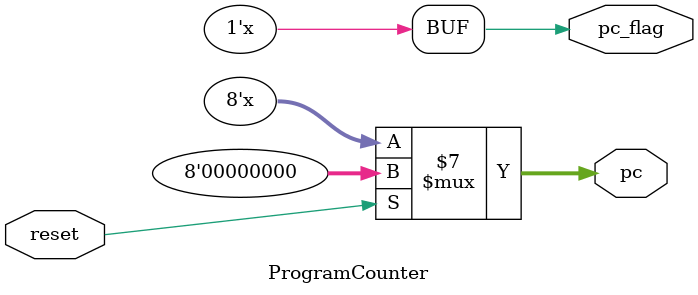
<source format=v>
module ProgramCounter (reset, pc, pc_flag);
input reset = 1'b0; //possible input if a reset funtion is needed?
output reg [7:0] pc = 8'b0; //program counter
output reg pc_flag = 1'bx;//flag to initiate pc increment
reg sel_ldr;
reg sel_add;

assign pc_flag = sel_ldr | sel_add; //so the intention is when this assign statement... 
				//...updates (from ldr or str select updating)...

always @(reset, pc_flag)//...this will then increment once or reset 
	begin
		if (reset)
		pc <= 8'b00000000;
		else
		pc <= pc + 1;
	end

MemoryControl MemCrtl(
	.sel_ldr_bus(sel_ldr),
	.sel_add_bus(sel_add)
	);
endmodule



</source>
